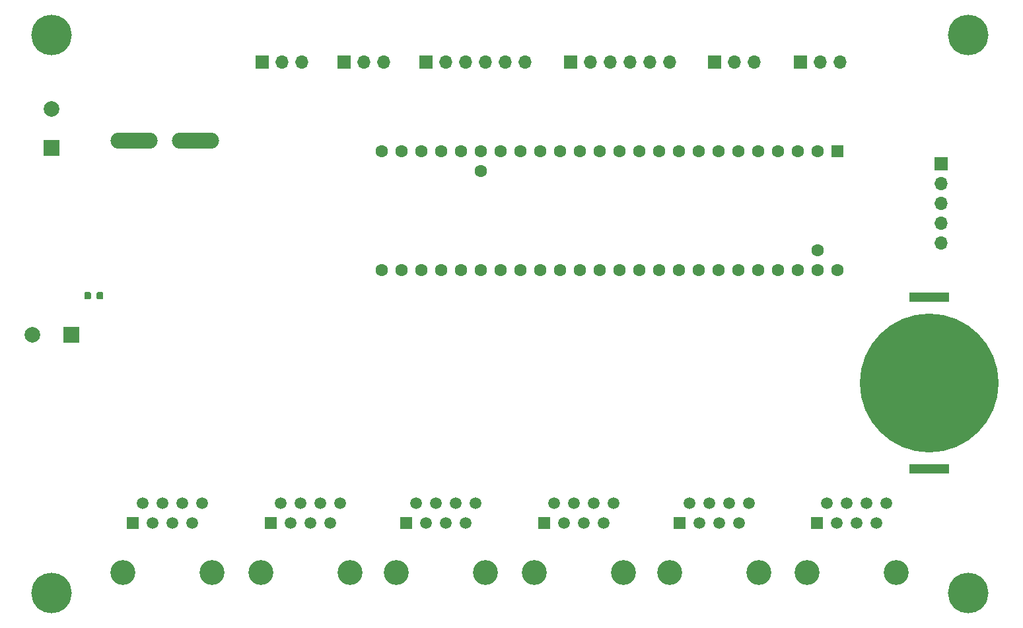
<source format=gbr>
%TF.GenerationSoftware,KiCad,Pcbnew,5.1.10-88a1d61d58~88~ubuntu20.04.1*%
%TF.CreationDate,2021-05-20T14:16:26-06:00*%
%TF.ProjectId,colordance-brain,636f6c6f-7264-4616-9e63-652d62726169,rev?*%
%TF.SameCoordinates,Original*%
%TF.FileFunction,Soldermask,Top*%
%TF.FilePolarity,Negative*%
%FSLAX46Y46*%
G04 Gerber Fmt 4.6, Leading zero omitted, Abs format (unit mm)*
G04 Created by KiCad (PCBNEW 5.1.10-88a1d61d58~88~ubuntu20.04.1) date 2021-05-20 14:16:26*
%MOMM*%
%LPD*%
G01*
G04 APERTURE LIST*
%ADD10C,1.600000*%
%ADD11R,1.600000X1.600000*%
%ADD12C,5.200000*%
%ADD13C,3.200000*%
%ADD14R,1.500000X1.500000*%
%ADD15C,1.500000*%
%ADD16R,1.700000X1.700000*%
%ADD17O,1.700000X1.700000*%
%ADD18O,6.030000X2.070000*%
%ADD19R,2.000000X2.000000*%
%ADD20C,2.000000*%
%ADD21C,17.800000*%
%ADD22R,5.080000X1.270000*%
G04 APERTURE END LIST*
D10*
%TO.C,U2*%
X119170000Y-80080000D03*
X121710000Y-82620000D03*
X119170000Y-82620000D03*
X116630000Y-82620000D03*
X114090000Y-82620000D03*
X111550000Y-82620000D03*
X109010000Y-82620000D03*
X106470000Y-82620000D03*
X103930000Y-82620000D03*
X101390000Y-82620000D03*
X98850000Y-82620000D03*
X96310000Y-82620000D03*
X93770000Y-82620000D03*
X91230000Y-82620000D03*
X88690000Y-82620000D03*
D11*
X121710000Y-67380000D03*
D10*
X119170000Y-67380000D03*
X116630000Y-67380000D03*
X114090000Y-67380000D03*
X111550000Y-67380000D03*
X109010000Y-67380000D03*
X106470000Y-67380000D03*
X103930000Y-67380000D03*
X101390000Y-67380000D03*
X98850000Y-67380000D03*
X96310000Y-67380000D03*
X93770000Y-67380000D03*
X91230000Y-67380000D03*
X86150000Y-82620000D03*
X83610000Y-82620000D03*
X81070000Y-82620000D03*
X78530000Y-82620000D03*
X75990000Y-82620000D03*
X73450000Y-82620000D03*
X70910000Y-82620000D03*
X68370000Y-82620000D03*
X65830000Y-82620000D03*
X63290000Y-82620000D03*
X63290000Y-67380000D03*
X65830000Y-67380000D03*
X68370000Y-67380000D03*
X70910000Y-67380000D03*
X88690000Y-67380000D03*
X86150000Y-67380000D03*
X83610000Y-67380000D03*
X73450000Y-67380000D03*
X75990000Y-67380000D03*
X78530000Y-67380000D03*
X81070000Y-67380000D03*
X75990000Y-69920000D03*
%TD*%
D12*
%TO.C,H4*%
X21000000Y-124000000D03*
%TD*%
%TO.C,H3*%
X138500000Y-52500000D03*
%TD*%
%TO.C,H2*%
X138500000Y-124000000D03*
%TD*%
%TO.C,H1*%
X21000000Y-52500000D03*
%TD*%
D13*
%TO.C,J14*%
X94295000Y-121391924D03*
X82865000Y-121391924D03*
D14*
X84135000Y-115041924D03*
D15*
X85405000Y-112501924D03*
X86675000Y-115041924D03*
X87945000Y-112501924D03*
X89215000Y-115041924D03*
X90485000Y-112501924D03*
X91755000Y-115041924D03*
X93025000Y-112501924D03*
%TD*%
D13*
%TO.C,J13*%
X76615000Y-121391924D03*
X65185000Y-121391924D03*
D14*
X66455000Y-115041924D03*
D15*
X67725000Y-112501924D03*
X68995000Y-115041924D03*
X70265000Y-112501924D03*
X71535000Y-115041924D03*
X72805000Y-112501924D03*
X74075000Y-115041924D03*
X75345000Y-112501924D03*
%TD*%
D13*
%TO.C,J12*%
X111625000Y-121381924D03*
X100195000Y-121381924D03*
D14*
X101465000Y-115031924D03*
D15*
X102735000Y-112491924D03*
X104005000Y-115031924D03*
X105275000Y-112491924D03*
X106545000Y-115031924D03*
X107815000Y-112491924D03*
X109085000Y-115031924D03*
X110355000Y-112491924D03*
%TD*%
D13*
%TO.C,J11*%
X129305000Y-121381924D03*
X117875000Y-121381924D03*
D14*
X119145000Y-115031924D03*
D15*
X120415000Y-112491924D03*
X121685000Y-115031924D03*
X122955000Y-112491924D03*
X124225000Y-115031924D03*
X125495000Y-112491924D03*
X126765000Y-115031924D03*
X128035000Y-112491924D03*
%TD*%
D13*
%TO.C,J10*%
X41565000Y-121381924D03*
X30135000Y-121381924D03*
D14*
X31405000Y-115031924D03*
D15*
X32675000Y-112491924D03*
X33945000Y-115031924D03*
X35215000Y-112491924D03*
X36485000Y-115031924D03*
X37755000Y-112491924D03*
X39025000Y-115031924D03*
X40295000Y-112491924D03*
%TD*%
D13*
%TO.C,J9*%
X59245000Y-121381924D03*
X47815000Y-121381924D03*
D14*
X49085000Y-115031924D03*
D15*
X50355000Y-112491924D03*
X51625000Y-115031924D03*
X52895000Y-112491924D03*
X54165000Y-115031924D03*
X55435000Y-112491924D03*
X56705000Y-115031924D03*
X57975000Y-112491924D03*
%TD*%
D16*
%TO.C,J8*%
X135000000Y-69000000D03*
D17*
X135000000Y-71540000D03*
X135000000Y-74080000D03*
X135000000Y-76620000D03*
X135000000Y-79160000D03*
%TD*%
D16*
%TO.C,J7*%
X87500000Y-56000000D03*
D17*
X90040000Y-56000000D03*
X92580000Y-56000000D03*
X95120000Y-56000000D03*
X97660000Y-56000000D03*
X100200000Y-56000000D03*
%TD*%
D16*
%TO.C,J6*%
X117000000Y-56000000D03*
D17*
X119540000Y-56000000D03*
X122080000Y-56000000D03*
%TD*%
D16*
%TO.C,J5*%
X58500000Y-56000000D03*
D17*
X61040000Y-56000000D03*
X63580000Y-56000000D03*
%TD*%
D16*
%TO.C,J4*%
X106000000Y-56000000D03*
D17*
X108540000Y-56000000D03*
X111080000Y-56000000D03*
%TD*%
D16*
%TO.C,J3*%
X48000000Y-56000000D03*
D17*
X50540000Y-56000000D03*
X53080000Y-56000000D03*
%TD*%
D16*
%TO.C,J2*%
X69000000Y-56000000D03*
D17*
X71540000Y-56000000D03*
X74080000Y-56000000D03*
X76620000Y-56000000D03*
X79160000Y-56000000D03*
X81700000Y-56000000D03*
%TD*%
D18*
%TO.C,J1*%
X31550000Y-66000000D03*
X39450000Y-66000000D03*
%TD*%
%TO.C,D1*%
G36*
G01*
X27625000Y-85643750D02*
X27625000Y-86156250D01*
G75*
G02*
X27406250Y-86375000I-218750J0D01*
G01*
X26968750Y-86375000D01*
G75*
G02*
X26750000Y-86156250I0J218750D01*
G01*
X26750000Y-85643750D01*
G75*
G02*
X26968750Y-85425000I218750J0D01*
G01*
X27406250Y-85425000D01*
G75*
G02*
X27625000Y-85643750I0J-218750D01*
G01*
G37*
G36*
G01*
X26050000Y-85643750D02*
X26050000Y-86156250D01*
G75*
G02*
X25831250Y-86375000I-218750J0D01*
G01*
X25393750Y-86375000D01*
G75*
G02*
X25175000Y-86156250I0J218750D01*
G01*
X25175000Y-85643750D01*
G75*
G02*
X25393750Y-85425000I218750J0D01*
G01*
X25831250Y-85425000D01*
G75*
G02*
X26050000Y-85643750I0J-218750D01*
G01*
G37*
%TD*%
D19*
%TO.C,C14*%
X23500000Y-90900000D03*
D20*
X18500000Y-90900000D03*
%TD*%
D19*
%TO.C,C1*%
X21000000Y-67000000D03*
D20*
X21000000Y-62000000D03*
%TD*%
D21*
%TO.C,BT1*%
X133500000Y-97100000D03*
D22*
X133500000Y-86115000D03*
X133500000Y-108085000D03*
%TD*%
M02*

</source>
